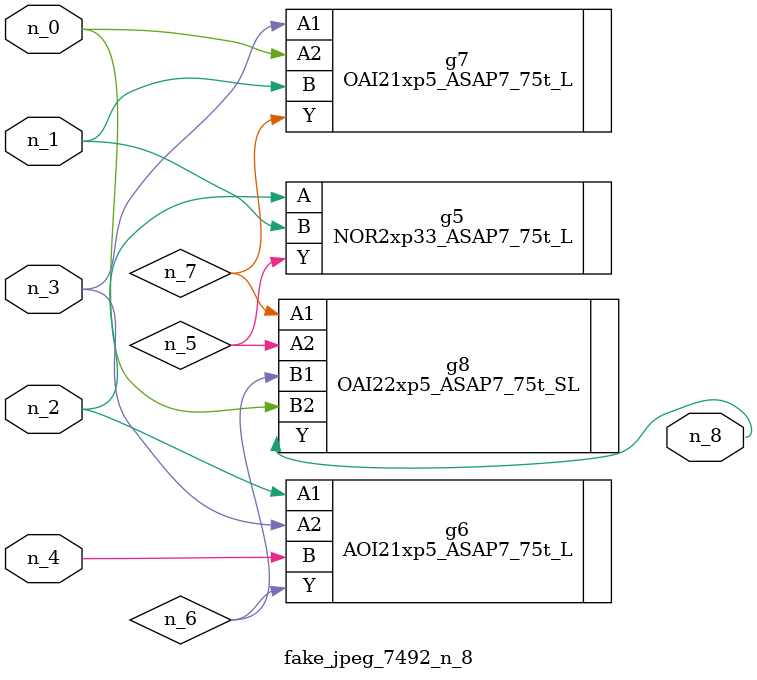
<source format=v>
module fake_jpeg_7492_n_8 (n_3, n_2, n_1, n_0, n_4, n_8);

input n_3;
input n_2;
input n_1;
input n_0;
input n_4;

output n_8;

wire n_6;
wire n_5;
wire n_7;

NOR2xp33_ASAP7_75t_L g5 ( 
.A(n_2),
.B(n_1),
.Y(n_5)
);

AOI21xp5_ASAP7_75t_L g6 ( 
.A1(n_2),
.A2(n_3),
.B(n_4),
.Y(n_6)
);

OAI21xp5_ASAP7_75t_L g7 ( 
.A1(n_3),
.A2(n_0),
.B(n_1),
.Y(n_7)
);

OAI22xp5_ASAP7_75t_SL g8 ( 
.A1(n_7),
.A2(n_5),
.B1(n_6),
.B2(n_0),
.Y(n_8)
);


endmodule
</source>
